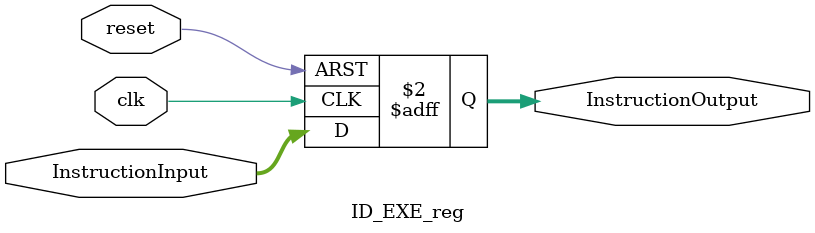
<source format=v>
module ID_EXE_reg(
           input reset, clk,
           input [31: 0] InstructionInput,
           output reg [31: 0] InstructionOutput
       );

always @(posedge reset or posedge clk)
begin
    if(reset)
        InstructionOutput <= 0;
    else
        InstructionOutput <= InstructionInput;
end

endmodule

</source>
